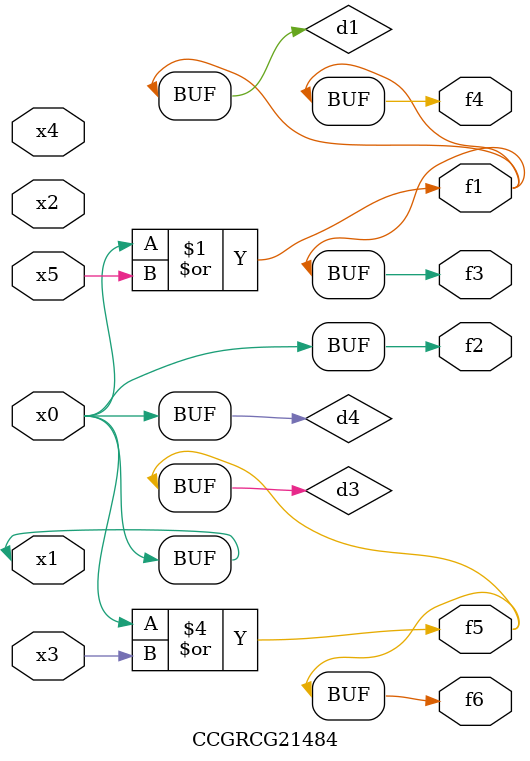
<source format=v>
module CCGRCG21484(
	input x0, x1, x2, x3, x4, x5,
	output f1, f2, f3, f4, f5, f6
);

	wire d1, d2, d3, d4;

	or (d1, x0, x5);
	xnor (d2, x1, x4);
	or (d3, x0, x3);
	buf (d4, x0, x1);
	assign f1 = d1;
	assign f2 = d4;
	assign f3 = d1;
	assign f4 = d1;
	assign f5 = d3;
	assign f6 = d3;
endmodule

</source>
